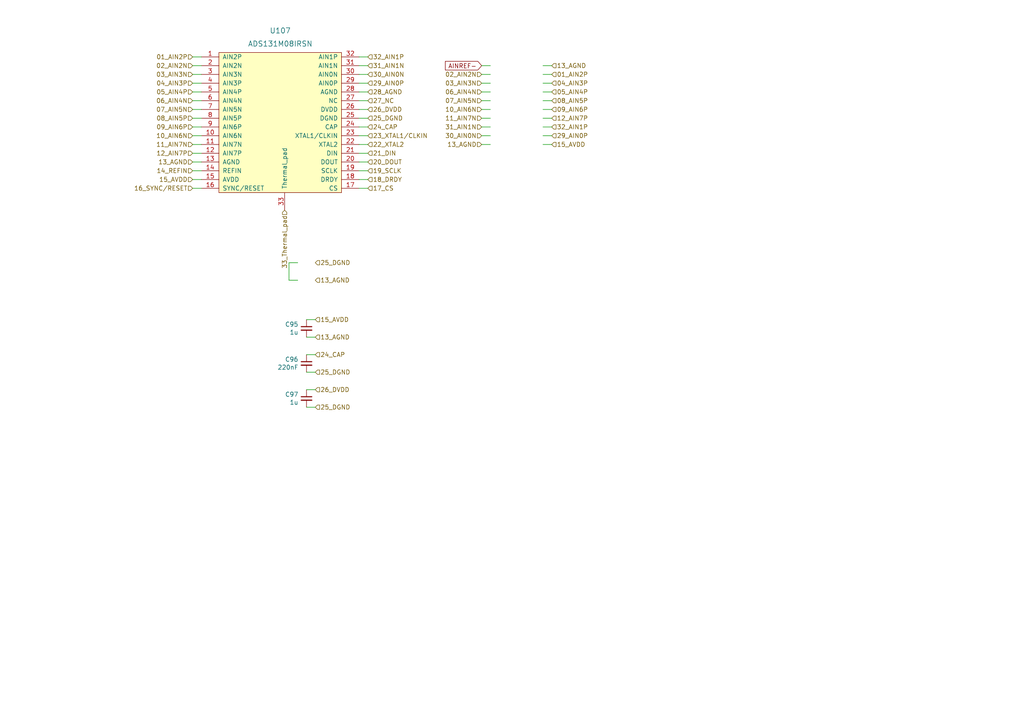
<source format=kicad_sch>
(kicad_sch (version 20210621) (generator eeschema)
  (paper "A4")
  (lib_symbols
    (symbol "FreeEEG32-ads131-rescue:C_Small-Device" (pin_numbers hide) (pin_names (offset 0.254) hide)
      (property "Reference" "C" (at 0.254 1.778 0))
      (property "Value" "C_Small-Device" (at 0.254 -2.032 0))
      (symbol "C_Small-Device_0_1"
        (polyline (pts (xy -1.524 -0.508) (xy 1.524 -0.508)) (stroke (width 0.3302)))
        (polyline (pts (xy -1.524 0.508) (xy 1.524 0.508)) (stroke (width 0.3048)))
      )
      (symbol "C_Small-Device_1_1"
        (pin passive line (at 0 2.54 270) (length 2.032) (name "~") (number "1"))
        (pin passive line (at 0 -2.54 90) (length 2.032) (name "~") (number "2"))
      )
    )
    (symbol "ads131:ADS131M08IPBS" (pin_names (offset 1.016))
      (property "Reference" "U?" (at -1.27 44.45 0))
      (property "Value" "ADS131M08IPBS" (at -1.27 40.64 0))
      (symbol "ADS131M08IPBS_0_1"
        (rectangle (start -19.05 39.37) (end 16.51 -1.27) (fill (type background)))
      )
      (symbol "ADS131M08IPBS_1_1"
        (pin input line (at -24.13 38.1 0) (length 5.08) (name "AIN2P") (number "1"))
        (pin input line (at -24.13 15.24 0) (length 5.08) (name "AIN6N") (number "10"))
        (pin input line (at -24.13 12.7 0) (length 5.08) (name "AIN7N") (number "11"))
        (pin input line (at -24.13 10.16 0) (length 5.08) (name "AIN7P") (number "12"))
        (pin input line (at -24.13 7.62 0) (length 5.08) (name "AGND") (number "13"))
        (pin input line (at -24.13 5.08 0) (length 5.08) (name "REFIN") (number "14"))
        (pin input line (at -24.13 2.54 0) (length 5.08) (name "AVDD") (number "15"))
        (pin input line (at -24.13 0 0) (length 5.08) (name "SYNC/RESET") (number "16"))
        (pin input line (at 21.59 0 180) (length 5.08) (name "CS") (number "17"))
        (pin input line (at 21.59 2.54 180) (length 5.08) (name "DRDY") (number "18"))
        (pin input line (at 21.59 5.08 180) (length 5.08) (name "SCLK") (number "19"))
        (pin input line (at -24.13 35.56 0) (length 5.08) (name "AIN2N") (number "2"))
        (pin input line (at 21.59 7.62 180) (length 5.08) (name "DOUT") (number "20"))
        (pin input line (at 21.59 10.16 180) (length 5.08) (name "DIN") (number "21"))
        (pin input line (at 21.59 12.7 180) (length 5.08) (name "XTAL2") (number "22"))
        (pin input line (at 21.59 15.24 180) (length 5.08) (name "XTAL1/CLKIN") (number "23"))
        (pin input line (at 21.59 17.78 180) (length 5.08) (name "CAP") (number "24"))
        (pin input line (at 21.59 20.32 180) (length 5.08) (name "DGND") (number "25"))
        (pin input line (at 21.59 22.86 180) (length 5.08) (name "DVDD") (number "26"))
        (pin input line (at 21.59 25.4 180) (length 5.08) (name "NC") (number "27"))
        (pin input line (at 21.59 27.94 180) (length 5.08) (name "AGND") (number "28"))
        (pin input line (at 21.59 30.48 180) (length 5.08) (name "AIN0P") (number "29"))
        (pin input line (at -24.13 33.02 0) (length 5.08) (name "AIN3N") (number "3"))
        (pin input line (at 21.59 33.02 180) (length 5.08) (name "AIN0N") (number "30"))
        (pin input line (at 21.59 35.56 180) (length 5.08) (name "AIN1N") (number "31"))
        (pin input line (at 21.59 38.1 180) (length 5.08) (name "AIN1P") (number "32"))
        (pin input line (at 0 -6.35 90) (length 5.08) (name "Thermal_pad") (number "33"))
        (pin input line (at -24.13 30.48 0) (length 5.08) (name "AIN3P") (number "4"))
        (pin input line (at -24.13 27.94 0) (length 5.08) (name "AIN4P") (number "5"))
        (pin input line (at -24.13 25.4 0) (length 5.08) (name "AIN4N") (number "6"))
        (pin input line (at -24.13 22.86 0) (length 5.08) (name "AIN5N") (number "7"))
        (pin input line (at -24.13 20.32 0) (length 5.08) (name "AIN5P") (number "8"))
        (pin input line (at -24.13 17.78 0) (length 5.08) (name "AIN6P") (number "9"))
      )
    )
  )
  (wire (pts (xy 55.88 16.51) (xy 58.42 16.51)))
  (wire (pts (xy 55.88 19.05) (xy 58.42 19.05)))
  (wire (pts (xy 55.88 21.59) (xy 58.42 21.59)))
  (wire (pts (xy 55.88 24.13) (xy 58.42 24.13)))
  (wire (pts (xy 55.88 29.21) (xy 58.42 29.21)))
  (wire (pts (xy 55.88 31.75) (xy 58.42 31.75)))
  (wire (pts (xy 55.88 34.29) (xy 58.42 34.29)))
  (wire (pts (xy 55.88 36.83) (xy 58.42 36.83)))
  (wire (pts (xy 55.88 39.37) (xy 58.42 39.37)))
  (wire (pts (xy 55.88 41.91) (xy 58.42 41.91)))
  (wire (pts (xy 55.88 44.45) (xy 58.42 44.45)))
  (wire (pts (xy 55.88 46.99) (xy 58.42 46.99)))
  (wire (pts (xy 55.88 49.53) (xy 58.42 49.53)))
  (wire (pts (xy 55.88 52.07) (xy 58.42 52.07)))
  (wire (pts (xy 55.88 54.61) (xy 58.42 54.61)))
  (wire (pts (xy 58.42 26.67) (xy 55.88 26.67)))
  (wire (pts (xy 83.82 76.2) (xy 83.82 81.28)))
  (wire (pts (xy 83.82 81.28) (xy 86.36 81.28)))
  (wire (pts (xy 86.36 76.2) (xy 83.82 76.2)))
  (wire (pts (xy 91.44 92.71) (xy 88.9 92.71)))
  (wire (pts (xy 91.44 97.79) (xy 88.9 97.79)))
  (wire (pts (xy 91.44 102.87) (xy 88.9 102.87)))
  (wire (pts (xy 91.44 107.95) (xy 88.9 107.95)))
  (wire (pts (xy 91.44 113.03) (xy 88.9 113.03)))
  (wire (pts (xy 91.44 118.11) (xy 88.9 118.11)))
  (wire (pts (xy 104.14 16.51) (xy 106.68 16.51)))
  (wire (pts (xy 104.14 19.05) (xy 106.68 19.05)))
  (wire (pts (xy 104.14 21.59) (xy 106.68 21.59)))
  (wire (pts (xy 104.14 24.13) (xy 106.68 24.13)))
  (wire (pts (xy 104.14 29.21) (xy 106.68 29.21)))
  (wire (pts (xy 104.14 31.75) (xy 106.68 31.75)))
  (wire (pts (xy 104.14 34.29) (xy 106.68 34.29)))
  (wire (pts (xy 104.14 36.83) (xy 106.68 36.83)))
  (wire (pts (xy 104.14 39.37) (xy 106.68 39.37)))
  (wire (pts (xy 104.14 41.91) (xy 106.68 41.91)))
  (wire (pts (xy 104.14 44.45) (xy 106.68 44.45)))
  (wire (pts (xy 104.14 46.99) (xy 106.68 46.99)))
  (wire (pts (xy 104.14 49.53) (xy 106.68 49.53)))
  (wire (pts (xy 104.14 52.07) (xy 106.68 52.07)))
  (wire (pts (xy 104.14 54.61) (xy 106.68 54.61)))
  (wire (pts (xy 106.68 26.67) (xy 104.14 26.67)))
  (wire (pts (xy 139.7 21.59) (xy 142.24 21.59)))
  (wire (pts (xy 139.7 24.13) (xy 142.24 24.13)))
  (wire (pts (xy 139.7 26.67) (xy 142.24 26.67)))
  (wire (pts (xy 139.7 29.21) (xy 142.24 29.21)))
  (wire (pts (xy 139.7 31.75) (xy 142.24 31.75)))
  (wire (pts (xy 139.7 34.29) (xy 142.24 34.29)))
  (wire (pts (xy 139.7 36.83) (xy 142.24 36.83)))
  (wire (pts (xy 139.7 39.37) (xy 142.24 39.37)))
  (wire (pts (xy 142.24 19.05) (xy 139.7 19.05)))
  (wire (pts (xy 142.24 41.91) (xy 139.7 41.91)))
  (wire (pts (xy 160.02 19.05) (xy 157.48 19.05)))
  (wire (pts (xy 160.02 21.59) (xy 157.48 21.59)))
  (wire (pts (xy 160.02 24.13) (xy 157.48 24.13)))
  (wire (pts (xy 160.02 26.67) (xy 157.48 26.67)))
  (wire (pts (xy 160.02 29.21) (xy 157.48 29.21)))
  (wire (pts (xy 160.02 31.75) (xy 157.48 31.75)))
  (wire (pts (xy 160.02 34.29) (xy 157.48 34.29)))
  (wire (pts (xy 160.02 36.83) (xy 157.48 36.83)))
  (wire (pts (xy 160.02 39.37) (xy 157.48 39.37)))
  (wire (pts (xy 160.02 41.91) (xy 157.48 41.91)))
  (global_label "AINREF-" (shape input) (at 139.7 19.05 180) (property "Intersheet References" "${INTERSHEET_REFS}" (effects hide)))
  (hierarchical_label "01_AIN2P" (shape input) (at 55.88 16.51 180))
  (hierarchical_label "02_AIN2N" (shape input) (at 55.88 19.05 180))
  (hierarchical_label "03_AIN3N" (shape input) (at 55.88 21.59 180))
  (hierarchical_label "04_AIN3P" (shape input) (at 55.88 24.13 180))
  (hierarchical_label "05_AIN4P" (shape input) (at 55.88 26.67 180))
  (hierarchical_label "06_AIN4N" (shape input) (at 55.88 29.21 180))
  (hierarchical_label "07_AIN5N" (shape input) (at 55.88 31.75 180))
  (hierarchical_label "08_AIN5P" (shape input) (at 55.88 34.29 180))
  (hierarchical_label "09_AIN6P" (shape input) (at 55.88 36.83 180))
  (hierarchical_label "10_AIN6N" (shape input) (at 55.88 39.37 180))
  (hierarchical_label "11_AIN7N" (shape input) (at 55.88 41.91 180))
  (hierarchical_label "12_AIN7P" (shape input) (at 55.88 44.45 180))
  (hierarchical_label "13_AGND" (shape input) (at 55.88 46.99 180))
  (hierarchical_label "14_REFIN" (shape input) (at 55.88 49.53 180))
  (hierarchical_label "15_AVDD" (shape input) (at 55.88 52.07 180))
  (hierarchical_label "16_SYNC{slash}RESET" (shape input) (at 55.88 54.61 180))
  (hierarchical_label "33_Thermal_pad" (shape input) (at 82.55 60.96 270))
  (hierarchical_label "25_DGND" (shape input) (at 91.44 76.2 0))
  (hierarchical_label "13_AGND" (shape input) (at 91.44 81.28 0))
  (hierarchical_label "15_AVDD" (shape input) (at 91.44 92.71 0))
  (hierarchical_label "13_AGND" (shape input) (at 91.44 97.79 0))
  (hierarchical_label "24_CAP" (shape input) (at 91.44 102.87 0))
  (hierarchical_label "25_DGND" (shape input) (at 91.44 107.95 0))
  (hierarchical_label "26_DVDD" (shape input) (at 91.44 113.03 0))
  (hierarchical_label "25_DGND" (shape input) (at 91.44 118.11 0))
  (hierarchical_label "32_AIN1P" (shape input) (at 106.68 16.51 0))
  (hierarchical_label "31_AIN1N" (shape input) (at 106.68 19.05 0))
  (hierarchical_label "30_AIN0N" (shape input) (at 106.68 21.59 0))
  (hierarchical_label "29_AIN0P" (shape input) (at 106.68 24.13 0))
  (hierarchical_label "28_AGND" (shape input) (at 106.68 26.67 0))
  (hierarchical_label "27_NC" (shape input) (at 106.68 29.21 0))
  (hierarchical_label "26_DVDD" (shape input) (at 106.68 31.75 0))
  (hierarchical_label "25_DGND" (shape input) (at 106.68 34.29 0))
  (hierarchical_label "24_CAP" (shape input) (at 106.68 36.83 0))
  (hierarchical_label "23_XTAL1{slash}CLKIN" (shape input) (at 106.68 39.37 0))
  (hierarchical_label "22_XTAL2" (shape input) (at 106.68 41.91 0))
  (hierarchical_label "21_DIN" (shape input) (at 106.68 44.45 0))
  (hierarchical_label "20_DOUT" (shape input) (at 106.68 46.99 0))
  (hierarchical_label "19_SCLK" (shape input) (at 106.68 49.53 0))
  (hierarchical_label "18_DRDY" (shape input) (at 106.68 52.07 0))
  (hierarchical_label "17_CS" (shape input) (at 106.68 54.61 0))
  (hierarchical_label "02_AIN2N" (shape input) (at 139.7 21.59 180))
  (hierarchical_label "03_AIN3N" (shape input) (at 139.7 24.13 180))
  (hierarchical_label "06_AIN4N" (shape input) (at 139.7 26.67 180))
  (hierarchical_label "07_AIN5N" (shape input) (at 139.7 29.21 180))
  (hierarchical_label "10_AIN6N" (shape input) (at 139.7 31.75 180))
  (hierarchical_label "11_AIN7N" (shape input) (at 139.7 34.29 180))
  (hierarchical_label "31_AIN1N" (shape input) (at 139.7 36.83 180))
  (hierarchical_label "30_AIN0N" (shape input) (at 139.7 39.37 180))
  (hierarchical_label "13_AGND" (shape input) (at 139.7 41.91 180))
  (hierarchical_label "13_AGND" (shape input) (at 160.02 19.05 0))
  (hierarchical_label "01_AIN2P" (shape input) (at 160.02 21.59 0))
  (hierarchical_label "04_AIN3P" (shape input) (at 160.02 24.13 0))
  (hierarchical_label "05_AIN4P" (shape input) (at 160.02 26.67 0))
  (hierarchical_label "08_AIN5P" (shape input) (at 160.02 29.21 0))
  (hierarchical_label "09_AIN6P" (shape input) (at 160.02 31.75 0))
  (hierarchical_label "12_AIN7P" (shape input) (at 160.02 34.29 0))
  (hierarchical_label "32_AIN1P" (shape input) (at 160.02 36.83 0))
  (hierarchical_label "29_AIN0P" (shape input) (at 160.02 39.37 0))
  (hierarchical_label "15_AVDD" (shape input) (at 160.02 41.91 0))
  (symbol (lib_id "FreeEEG32-ads131-rescue:C_Small-Device") (at 88.9 95.25 0) (mirror y) (unit 1)
    (property "Reference" "C95" (at 86.5632 94.0816 0) (effects (justify left)))
    (property "Value" "1u" (at 86.5632 96.393 0) (effects (justify left)))
    (property "Footprint" "Capacitor_SMD:C_0402_1005Metric" (effects hide))
    (property "Datasheet" "C0G" (effects hide))
    (property "MNP" "CL05A105KO5NNNC" (effects hide))
  )
  (symbol (lib_id "FreeEEG32-ads131-rescue:C_Small-Device") (at 88.9 105.41 0) (mirror y) (unit 1)
    (property "Reference" "C96" (at 86.5632 104.2416 0) (effects (justify left)))
    (property "Value" "220nF" (at 86.5632 106.553 0) (effects (justify left)))
    (property "Footprint" "Capacitor_SMD:C_0402_1005Metric" (effects hide))
    (property "Datasheet" "X7R, not Y5V" (effects hide))
    (property "MNP" "CL05A105KO5NNNC" (effects hide))
  )
  (symbol (lib_id "FreeEEG32-ads131-rescue:C_Small-Device") (at 88.9 115.57 0) (mirror y) (unit 1)
    (property "Reference" "C97" (at 86.5632 114.4016 0) (effects (justify left)))
    (property "Value" "1u" (at 86.5632 116.713 0) (effects (justify left)))
    (property "Footprint" "Capacitor_SMD:C_0402_1005Metric" (effects hide))
    (property "Datasheet" "X7R, not Y5V" (effects hide))
    (property "MNP" "CL05A105KO5NNNC" (effects hide))
  )
  (symbol (lib_id "ads131:ADS131M08IPBS") (at 82.55 54.61 0) (unit 1)
    (property "Reference" "U107" (at 81.28 8.89 0) (effects (font (size 1.524 1.524))))
    (property "Value" "ADS131M08IRSN" (at 81.28 12.7 0) (effects (font (size 1.524 1.524))))
    (property "Footprint" "Package_DFN_QFN:QFN-32-1EP_4x4mm_P0.4mm_EP2.65x2.65mm_ThermalVias" (effects hide))
    (property "MNP" "AD7771BCPZ" (effects hide))
    (property "Manufacturer" "Analog Devices" (effects hide))
  )
)
</source>
